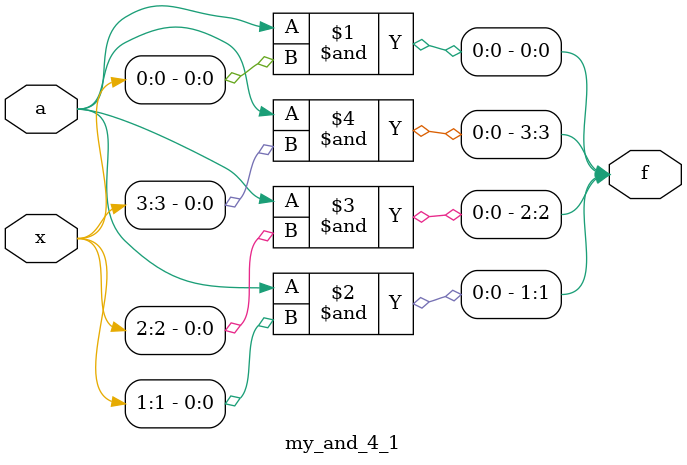
<source format=v>
module my_and_4_1(f,x,a);
input [3:0] x;
input	a;
output [3:0] f;
assign f[0] = a & x[0];
assign f[1] = a & x[1];
assign f[2] = a & x[2];
assign f[3] = a & x[3];
endmodule
</source>
